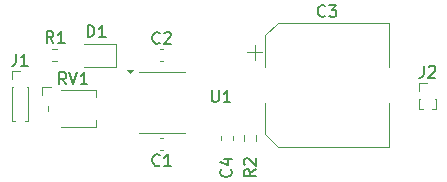
<source format=gbr>
%TF.GenerationSoftware,KiCad,Pcbnew,8.0.0*%
%TF.CreationDate,2024-02-24T23:10:17-05:00*%
%TF.ProjectId,Guitar_Amplifier,47756974-6172-45f4-916d-706c69666965,rev?*%
%TF.SameCoordinates,Original*%
%TF.FileFunction,Legend,Top*%
%TF.FilePolarity,Positive*%
%FSLAX46Y46*%
G04 Gerber Fmt 4.6, Leading zero omitted, Abs format (unit mm)*
G04 Created by KiCad (PCBNEW 8.0.0) date 2024-02-24 23:10:17*
%MOMM*%
%LPD*%
G01*
G04 APERTURE LIST*
%ADD10C,0.150000*%
%ADD11C,0.120000*%
G04 APERTURE END LIST*
D10*
X126238095Y-84454819D02*
X126238095Y-85264342D01*
X126238095Y-85264342D02*
X126285714Y-85359580D01*
X126285714Y-85359580D02*
X126333333Y-85407200D01*
X126333333Y-85407200D02*
X126428571Y-85454819D01*
X126428571Y-85454819D02*
X126619047Y-85454819D01*
X126619047Y-85454819D02*
X126714285Y-85407200D01*
X126714285Y-85407200D02*
X126761904Y-85359580D01*
X126761904Y-85359580D02*
X126809523Y-85264342D01*
X126809523Y-85264342D02*
X126809523Y-84454819D01*
X127809523Y-85454819D02*
X127238095Y-85454819D01*
X127523809Y-85454819D02*
X127523809Y-84454819D01*
X127523809Y-84454819D02*
X127428571Y-84597676D01*
X127428571Y-84597676D02*
X127333333Y-84692914D01*
X127333333Y-84692914D02*
X127238095Y-84740533D01*
X113904761Y-83954819D02*
X113571428Y-83478628D01*
X113333333Y-83954819D02*
X113333333Y-82954819D01*
X113333333Y-82954819D02*
X113714285Y-82954819D01*
X113714285Y-82954819D02*
X113809523Y-83002438D01*
X113809523Y-83002438D02*
X113857142Y-83050057D01*
X113857142Y-83050057D02*
X113904761Y-83145295D01*
X113904761Y-83145295D02*
X113904761Y-83288152D01*
X113904761Y-83288152D02*
X113857142Y-83383390D01*
X113857142Y-83383390D02*
X113809523Y-83431009D01*
X113809523Y-83431009D02*
X113714285Y-83478628D01*
X113714285Y-83478628D02*
X113333333Y-83478628D01*
X114190476Y-82954819D02*
X114523809Y-83954819D01*
X114523809Y-83954819D02*
X114857142Y-82954819D01*
X115714285Y-83954819D02*
X115142857Y-83954819D01*
X115428571Y-83954819D02*
X115428571Y-82954819D01*
X115428571Y-82954819D02*
X115333333Y-83097676D01*
X115333333Y-83097676D02*
X115238095Y-83192914D01*
X115238095Y-83192914D02*
X115142857Y-83240533D01*
X129954819Y-91166666D02*
X129478628Y-91499999D01*
X129954819Y-91738094D02*
X128954819Y-91738094D01*
X128954819Y-91738094D02*
X128954819Y-91357142D01*
X128954819Y-91357142D02*
X129002438Y-91261904D01*
X129002438Y-91261904D02*
X129050057Y-91214285D01*
X129050057Y-91214285D02*
X129145295Y-91166666D01*
X129145295Y-91166666D02*
X129288152Y-91166666D01*
X129288152Y-91166666D02*
X129383390Y-91214285D01*
X129383390Y-91214285D02*
X129431009Y-91261904D01*
X129431009Y-91261904D02*
X129478628Y-91357142D01*
X129478628Y-91357142D02*
X129478628Y-91738094D01*
X129050057Y-90785713D02*
X129002438Y-90738094D01*
X129002438Y-90738094D02*
X128954819Y-90642856D01*
X128954819Y-90642856D02*
X128954819Y-90404761D01*
X128954819Y-90404761D02*
X129002438Y-90309523D01*
X129002438Y-90309523D02*
X129050057Y-90261904D01*
X129050057Y-90261904D02*
X129145295Y-90214285D01*
X129145295Y-90214285D02*
X129240533Y-90214285D01*
X129240533Y-90214285D02*
X129383390Y-90261904D01*
X129383390Y-90261904D02*
X129954819Y-90833332D01*
X129954819Y-90833332D02*
X129954819Y-90214285D01*
X112833333Y-80454819D02*
X112500000Y-79978628D01*
X112261905Y-80454819D02*
X112261905Y-79454819D01*
X112261905Y-79454819D02*
X112642857Y-79454819D01*
X112642857Y-79454819D02*
X112738095Y-79502438D01*
X112738095Y-79502438D02*
X112785714Y-79550057D01*
X112785714Y-79550057D02*
X112833333Y-79645295D01*
X112833333Y-79645295D02*
X112833333Y-79788152D01*
X112833333Y-79788152D02*
X112785714Y-79883390D01*
X112785714Y-79883390D02*
X112738095Y-79931009D01*
X112738095Y-79931009D02*
X112642857Y-79978628D01*
X112642857Y-79978628D02*
X112261905Y-79978628D01*
X113785714Y-80454819D02*
X113214286Y-80454819D01*
X113500000Y-80454819D02*
X113500000Y-79454819D01*
X113500000Y-79454819D02*
X113404762Y-79597676D01*
X113404762Y-79597676D02*
X113309524Y-79692914D01*
X113309524Y-79692914D02*
X113214286Y-79740533D01*
X144166666Y-82394819D02*
X144166666Y-83109104D01*
X144166666Y-83109104D02*
X144119047Y-83251961D01*
X144119047Y-83251961D02*
X144023809Y-83347200D01*
X144023809Y-83347200D02*
X143880952Y-83394819D01*
X143880952Y-83394819D02*
X143785714Y-83394819D01*
X144595238Y-82490057D02*
X144642857Y-82442438D01*
X144642857Y-82442438D02*
X144738095Y-82394819D01*
X144738095Y-82394819D02*
X144976190Y-82394819D01*
X144976190Y-82394819D02*
X145071428Y-82442438D01*
X145071428Y-82442438D02*
X145119047Y-82490057D01*
X145119047Y-82490057D02*
X145166666Y-82585295D01*
X145166666Y-82585295D02*
X145166666Y-82680533D01*
X145166666Y-82680533D02*
X145119047Y-82823390D01*
X145119047Y-82823390D02*
X144547619Y-83394819D01*
X144547619Y-83394819D02*
X145166666Y-83394819D01*
X109666666Y-81394819D02*
X109666666Y-82109104D01*
X109666666Y-82109104D02*
X109619047Y-82251961D01*
X109619047Y-82251961D02*
X109523809Y-82347200D01*
X109523809Y-82347200D02*
X109380952Y-82394819D01*
X109380952Y-82394819D02*
X109285714Y-82394819D01*
X110666666Y-82394819D02*
X110095238Y-82394819D01*
X110380952Y-82394819D02*
X110380952Y-81394819D01*
X110380952Y-81394819D02*
X110285714Y-81537676D01*
X110285714Y-81537676D02*
X110190476Y-81632914D01*
X110190476Y-81632914D02*
X110095238Y-81680533D01*
X115721905Y-79954819D02*
X115721905Y-78954819D01*
X115721905Y-78954819D02*
X115960000Y-78954819D01*
X115960000Y-78954819D02*
X116102857Y-79002438D01*
X116102857Y-79002438D02*
X116198095Y-79097676D01*
X116198095Y-79097676D02*
X116245714Y-79192914D01*
X116245714Y-79192914D02*
X116293333Y-79383390D01*
X116293333Y-79383390D02*
X116293333Y-79526247D01*
X116293333Y-79526247D02*
X116245714Y-79716723D01*
X116245714Y-79716723D02*
X116198095Y-79811961D01*
X116198095Y-79811961D02*
X116102857Y-79907200D01*
X116102857Y-79907200D02*
X115960000Y-79954819D01*
X115960000Y-79954819D02*
X115721905Y-79954819D01*
X117245714Y-79954819D02*
X116674286Y-79954819D01*
X116960000Y-79954819D02*
X116960000Y-78954819D01*
X116960000Y-78954819D02*
X116864762Y-79097676D01*
X116864762Y-79097676D02*
X116769524Y-79192914D01*
X116769524Y-79192914D02*
X116674286Y-79240533D01*
X127859580Y-91166666D02*
X127907200Y-91214285D01*
X127907200Y-91214285D02*
X127954819Y-91357142D01*
X127954819Y-91357142D02*
X127954819Y-91452380D01*
X127954819Y-91452380D02*
X127907200Y-91595237D01*
X127907200Y-91595237D02*
X127811961Y-91690475D01*
X127811961Y-91690475D02*
X127716723Y-91738094D01*
X127716723Y-91738094D02*
X127526247Y-91785713D01*
X127526247Y-91785713D02*
X127383390Y-91785713D01*
X127383390Y-91785713D02*
X127192914Y-91738094D01*
X127192914Y-91738094D02*
X127097676Y-91690475D01*
X127097676Y-91690475D02*
X127002438Y-91595237D01*
X127002438Y-91595237D02*
X126954819Y-91452380D01*
X126954819Y-91452380D02*
X126954819Y-91357142D01*
X126954819Y-91357142D02*
X127002438Y-91214285D01*
X127002438Y-91214285D02*
X127050057Y-91166666D01*
X127288152Y-90309523D02*
X127954819Y-90309523D01*
X126907200Y-90547618D02*
X127621485Y-90785713D01*
X127621485Y-90785713D02*
X127621485Y-90166666D01*
X135833333Y-78159580D02*
X135785714Y-78207200D01*
X135785714Y-78207200D02*
X135642857Y-78254819D01*
X135642857Y-78254819D02*
X135547619Y-78254819D01*
X135547619Y-78254819D02*
X135404762Y-78207200D01*
X135404762Y-78207200D02*
X135309524Y-78111961D01*
X135309524Y-78111961D02*
X135261905Y-78016723D01*
X135261905Y-78016723D02*
X135214286Y-77826247D01*
X135214286Y-77826247D02*
X135214286Y-77683390D01*
X135214286Y-77683390D02*
X135261905Y-77492914D01*
X135261905Y-77492914D02*
X135309524Y-77397676D01*
X135309524Y-77397676D02*
X135404762Y-77302438D01*
X135404762Y-77302438D02*
X135547619Y-77254819D01*
X135547619Y-77254819D02*
X135642857Y-77254819D01*
X135642857Y-77254819D02*
X135785714Y-77302438D01*
X135785714Y-77302438D02*
X135833333Y-77350057D01*
X136166667Y-77254819D02*
X136785714Y-77254819D01*
X136785714Y-77254819D02*
X136452381Y-77635771D01*
X136452381Y-77635771D02*
X136595238Y-77635771D01*
X136595238Y-77635771D02*
X136690476Y-77683390D01*
X136690476Y-77683390D02*
X136738095Y-77731009D01*
X136738095Y-77731009D02*
X136785714Y-77826247D01*
X136785714Y-77826247D02*
X136785714Y-78064342D01*
X136785714Y-78064342D02*
X136738095Y-78159580D01*
X136738095Y-78159580D02*
X136690476Y-78207200D01*
X136690476Y-78207200D02*
X136595238Y-78254819D01*
X136595238Y-78254819D02*
X136309524Y-78254819D01*
X136309524Y-78254819D02*
X136214286Y-78207200D01*
X136214286Y-78207200D02*
X136166667Y-78159580D01*
X121833333Y-80429580D02*
X121785714Y-80477200D01*
X121785714Y-80477200D02*
X121642857Y-80524819D01*
X121642857Y-80524819D02*
X121547619Y-80524819D01*
X121547619Y-80524819D02*
X121404762Y-80477200D01*
X121404762Y-80477200D02*
X121309524Y-80381961D01*
X121309524Y-80381961D02*
X121261905Y-80286723D01*
X121261905Y-80286723D02*
X121214286Y-80096247D01*
X121214286Y-80096247D02*
X121214286Y-79953390D01*
X121214286Y-79953390D02*
X121261905Y-79762914D01*
X121261905Y-79762914D02*
X121309524Y-79667676D01*
X121309524Y-79667676D02*
X121404762Y-79572438D01*
X121404762Y-79572438D02*
X121547619Y-79524819D01*
X121547619Y-79524819D02*
X121642857Y-79524819D01*
X121642857Y-79524819D02*
X121785714Y-79572438D01*
X121785714Y-79572438D02*
X121833333Y-79620057D01*
X122214286Y-79620057D02*
X122261905Y-79572438D01*
X122261905Y-79572438D02*
X122357143Y-79524819D01*
X122357143Y-79524819D02*
X122595238Y-79524819D01*
X122595238Y-79524819D02*
X122690476Y-79572438D01*
X122690476Y-79572438D02*
X122738095Y-79620057D01*
X122738095Y-79620057D02*
X122785714Y-79715295D01*
X122785714Y-79715295D02*
X122785714Y-79810533D01*
X122785714Y-79810533D02*
X122738095Y-79953390D01*
X122738095Y-79953390D02*
X122166667Y-80524819D01*
X122166667Y-80524819D02*
X122785714Y-80524819D01*
X121833333Y-90789580D02*
X121785714Y-90837200D01*
X121785714Y-90837200D02*
X121642857Y-90884819D01*
X121642857Y-90884819D02*
X121547619Y-90884819D01*
X121547619Y-90884819D02*
X121404762Y-90837200D01*
X121404762Y-90837200D02*
X121309524Y-90741961D01*
X121309524Y-90741961D02*
X121261905Y-90646723D01*
X121261905Y-90646723D02*
X121214286Y-90456247D01*
X121214286Y-90456247D02*
X121214286Y-90313390D01*
X121214286Y-90313390D02*
X121261905Y-90122914D01*
X121261905Y-90122914D02*
X121309524Y-90027676D01*
X121309524Y-90027676D02*
X121404762Y-89932438D01*
X121404762Y-89932438D02*
X121547619Y-89884819D01*
X121547619Y-89884819D02*
X121642857Y-89884819D01*
X121642857Y-89884819D02*
X121785714Y-89932438D01*
X121785714Y-89932438D02*
X121833333Y-89980057D01*
X122785714Y-90884819D02*
X122214286Y-90884819D01*
X122500000Y-90884819D02*
X122500000Y-89884819D01*
X122500000Y-89884819D02*
X122404762Y-90027676D01*
X122404762Y-90027676D02*
X122309524Y-90122914D01*
X122309524Y-90122914D02*
X122214286Y-90170533D01*
D11*
%TO.C,U1*%
X122000000Y-82940000D02*
X120050000Y-82940000D01*
X122000000Y-82940000D02*
X123950000Y-82940000D01*
X122000000Y-88060000D02*
X120050000Y-88060000D01*
X122000000Y-88060000D02*
X123950000Y-88060000D01*
X119300000Y-83035000D02*
X119060000Y-82705000D01*
X119540000Y-82705000D01*
X119300000Y-83035000D01*
G36*
X119300000Y-83035000D02*
G01*
X119060000Y-82705000D01*
X119540000Y-82705000D01*
X119300000Y-83035000D01*
G37*
%TO.C,RV1*%
X111900000Y-84200000D02*
X111900000Y-84900000D01*
X112400000Y-85800000D02*
X112400000Y-86200000D01*
X112600000Y-84200000D02*
X111900000Y-84200000D01*
X113500000Y-84400000D02*
X116400000Y-84400000D01*
X113500000Y-87600000D02*
X116400000Y-87600000D01*
X116400000Y-84400000D02*
X116400000Y-85000000D01*
X116400000Y-87600000D02*
X116400000Y-87000000D01*
%TO.C,R2*%
X128977500Y-88737258D02*
X128977500Y-88262742D01*
X130022500Y-88737258D02*
X130022500Y-88262742D01*
%TO.C,R1*%
X112700242Y-80977500D02*
X113174758Y-80977500D01*
X112700242Y-82022500D02*
X113174758Y-82022500D01*
%TO.C,J2*%
X143805000Y-83815000D02*
X144500000Y-83815000D01*
X143805000Y-84500000D02*
X143805000Y-83815000D01*
X143805000Y-85185000D02*
X143805000Y-86060000D01*
X143805000Y-85185000D02*
X143891724Y-85185000D01*
X143805000Y-86060000D02*
X144105507Y-86060000D01*
X144894493Y-86060000D02*
X145195000Y-86060000D01*
X145108276Y-85185000D02*
X145195000Y-85185000D01*
X145195000Y-85185000D02*
X145195000Y-86060000D01*
%TO.C,J1*%
X109305000Y-82815000D02*
X110000000Y-82815000D01*
X109305000Y-83500000D02*
X109305000Y-82815000D01*
X109305000Y-84185000D02*
X109305000Y-87060000D01*
X109305000Y-84185000D02*
X109391724Y-84185000D01*
X109305000Y-87060000D02*
X109605507Y-87060000D01*
X110394493Y-87060000D02*
X110695000Y-87060000D01*
X110608276Y-84185000D02*
X110695000Y-84185000D01*
X110695000Y-84185000D02*
X110695000Y-87060000D01*
%TO.C,D1*%
X118145000Y-82460000D02*
X118145000Y-80540000D01*
X118145000Y-80540000D02*
X115460000Y-80540000D01*
X115460000Y-82460000D02*
X118145000Y-82460000D01*
%TO.C,C4*%
X126990000Y-88640580D02*
X126990000Y-88359420D01*
X128010000Y-88640580D02*
X128010000Y-88359420D01*
%TO.C,C3*%
X129250000Y-81240000D02*
X130500000Y-81240000D01*
X129875000Y-80615000D02*
X129875000Y-81865000D01*
X130740000Y-79804437D02*
X130740000Y-82490000D01*
X130740000Y-79804437D02*
X131804437Y-78740000D01*
X130740000Y-88195563D02*
X130740000Y-85510000D01*
X130740000Y-88195563D02*
X131804437Y-89260000D01*
X131804437Y-78740000D02*
X141260000Y-78740000D01*
X131804437Y-89260000D02*
X141260000Y-89260000D01*
X141260000Y-78740000D02*
X141260000Y-82490000D01*
X141260000Y-89260000D02*
X141260000Y-85510000D01*
%TO.C,C2*%
X121859420Y-80990000D02*
X122140580Y-80990000D01*
X121859420Y-82010000D02*
X122140580Y-82010000D01*
%TO.C,C1*%
X122140580Y-89510000D02*
X121859420Y-89510000D01*
X122140580Y-88490000D02*
X121859420Y-88490000D01*
%TD*%
M02*

</source>
